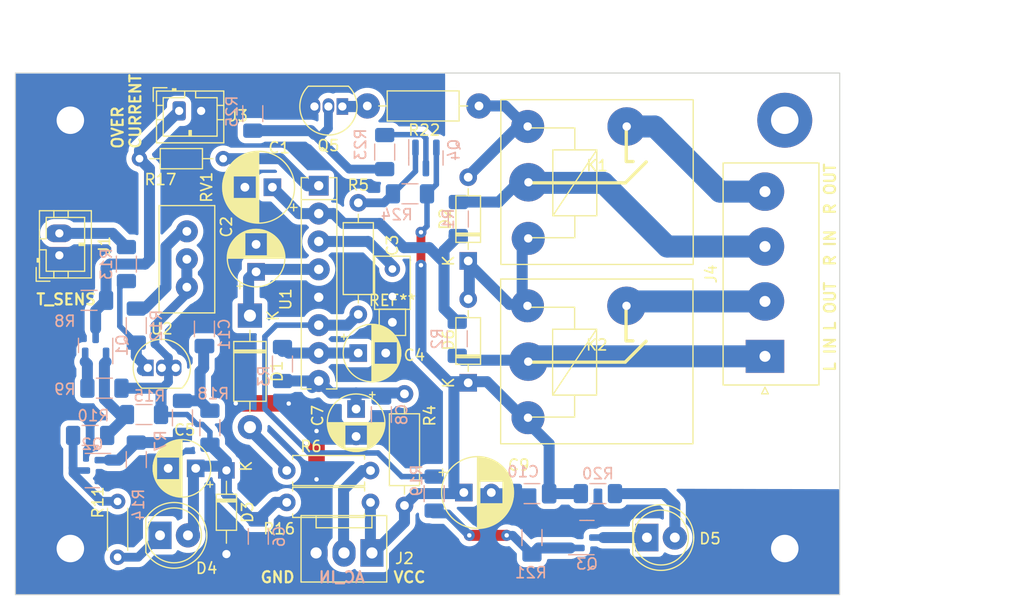
<source format=kicad_pcb>
(kicad_pcb (version 20241229) (generator "pcbnew") (generator_version "9.0")
  (layers (0 "F.Cu" signal) (2 "B.Cu" signal) (13 "F.Paste" user) (15 "B.Paste" user) (5 "F.SilkS" user "F.Silkscreen") (7 "B.SilkS" user "B.Silkscreen") (1 "F.Mask" user) (3 "B.Mask" user) (25 "Edge.Cuts" user))
  (net 0 "")
  (net 1 "Net-(U1-Output_Offset_Det.)")
  (net 2 "GND")
  (net 3 "Net-(D1-K)")
  (net 4 "Net-(U1-Latch{slash}Automat_Reset)")
  (net 5 "Net-(U1-VCC_ON_Mute)")
  (net 6 "Net-(D3-K)")
  (net 7 "Net-(U1-+VCC)")
  (net 8 "Net-(D1-A)")
  (net 9 "Net-(D2-A)")
  (net 10 "Net-(D4-K)")
  (net 11 "Net-(D5-K)")
  (net 12 "Net-(D5-A)")
  (net 13 "/INPUT_AC")
  (net 14 "Net-(D2-K)")
  (net 15 "/OUPUT_R")
  (net 16 "/INPUT_R")
  (net 17 "Net-(Q1-B)")
  (net 18 "Net-(Q1-E)")
  (net 19 "Net-(Q2-B)")
  (net 20 "Net-(Q3-B)")
  (net 21 "Net-(U1-Output_Relay_Driver)")
  (net 22 "Net-(U2-K)")
  (net 23 "Net-(U2-REF)")
  (net 24 "Net-(R12-Pad2)")
  (net 25 "/OVERLOAD_DET")
  (net 26 "/INPUT_L")
  (net 27 "Net-(Q4-B)")
  (net 28 "Net-(Q4-C)")
  (net 29 "/VCC")
  (net 30 "Net-(J3-Pin_1)")
  (net 31 "Net-(Q2-C)")
  (net 32 "Net-(J1-Pin_2)")
  (net 33 "Net-(Q5-C)")
  (net 34 "Net-(Q5-B)")
  (net 35 "/OUPUT_L")
  (footprint "Capacitor_THT:CP_Radial_D5.0mm_P2.50mm" (layer "F.Cu") (at 129.194888 122.2)
    (property "Reference" "C4" (at 5.105112 0.2 0) (layer "F.SilkS"))
    (property "Value" "4.7u/10/16V")
    (pad "1" thru_hole rect (at 0 0) (size 1.6 1.6) (drill 0.8) (layers "*.Cu" "*.Mask") (net 5 "Net-(U1-VCC_ON_Mute)"))
    (pad "2" thru_hole circle (at 2.5 0) (size 1.6 1.6) (drill 0.8) (layers "*.Cu" "*.Mask") (net 2 "GND"))
  )
  (footprint "Diode_THT:D_DO-41_SOD81_P10.16mm_Horizontal" (layer "F.Cu") (at 119.34 118.79 -90)
    (property "Reference" "D1" (at 5.08 -2.47 270) (layer "F.SilkS"))
    (property "Value" "1N4007")
    (fp_text user "K" (at 0 -2.1 270) (layer "F.SilkS"))
    (pad "1" thru_hole rect (at 0 0 270) (size 2.2 2.2) (drill 1.1) (layers "*.Cu" "*.Mask") (net 3 "Net-(D1-K)"))
    (pad "2" thru_hole oval (at 10.16 0 270) (size 2.2 2.2) (drill 1.1) (layers "*.Cu" "*.Mask") (net 8 "Net-(D1-A)"))
  )
  (footprint "Resistor_THT:R_Axial_DIN0207_L6.3mm_D2.5mm_P7.62mm_Horizontal" (layer "F.Cu") (at 130.31 132.9 180)
    (property "Reference" "R6" (at 5.41 2.2 0) (layer "F.SilkS"))
    (property "Value" "12k")
    (pad "1" thru_hole circle (at 0 0 180) (size 1.6 1.6) (drill 0.8) (layers "*.Cu" "*.Mask") (net 13 "/INPUT_AC"))
    (pad "2" thru_hole oval (at 7.62 0 180) (size 1.6 1.6) (drill 0.8) (layers "*.Cu" "*.Mask") (net 8 "Net-(D1-A)"))
  )
  (footprint "Capacitor_THT:CP_Radial_D5.0mm_P2.50mm" (layer "F.Cu") (at 114.405113 132.7 180)
    (property "Reference" "C5" (at 1.005113 3.5 0) (layer "F.SilkS"))
    (property "Value" "47u/16V")
    (pad "1" thru_hole rect (at 0 0 180) (size 1.6 1.6) (drill 0.8) (layers "*.Cu" "*.Mask") (net 6 "Net-(D3-K)"))
    (pad "2" thru_hole circle (at 2.5 0 180) (size 1.6 1.6) (drill 0.8) (layers "*.Cu" "*.Mask") (net 2 "GND"))
  )
  (footprint "Resistor_THT:R_Axial_DIN0207_L6.3mm_D2.5mm_P10.16mm_Horizontal" (layer "F.Cu") (at 130.02 99.7)
    (property "Reference" "R22" (at 5.18 2.2 0) (layer "F.SilkS"))
    (property "Value" "56")
    (pad "1" thru_hole circle (at 0 0) (size 2.3 2.3) (drill 0.8) (layers "*.Cu" "*.Mask") (net 33 "Net-(Q5-C)"))
    (pad "2" thru_hole circle (at 10.16 0) (size 2.3 2.3) (drill 0.8) (layers "*.Cu" "*.Mask") (net 9 "Net-(D2-A)"))
  )
  (footprint "Diode_THT:D_DO-35_SOD27_P7.62mm_Horizontal" (layer "F.Cu") (at 139.2 113.81 90)
    (property "Reference" "D2" (at 3.81 -2.1 90) (layer "F.SilkS"))
    (property "Value" "1N4148")
    (fp_text user "K" (at 0 -1.8 90) (layer "F.SilkS"))
    (pad "1" thru_hole rect (at 0 0 90) (size 1.6 1.6) (drill 0.8) (layers "*.Cu" "*.Mask") (net 14 "Net-(D2-K)"))
    (pad "2" thru_hole oval (at 7.62 0 90) (size 1.6 1.6) (drill 0.8) (layers "*.Cu" "*.Mask") (net 9 "Net-(D2-A)"))
  )
  (footprint "Capacitor_THT:CP_Radial_D5.0mm_P2.50mm" (layer "F.Cu") (at 129 127.294888 -90)
    (property "Reference" "C7" (at 0.605112 3.5 90) (layer "F.SilkS"))
    (property "Value" "47u/10/16")
    (pad "1" thru_hole rect (at 0 0 270) (size 1.6 1.6) (drill 0.8) (layers "*.Cu" "*.Mask") (net 7 "Net-(U1-+VCC)"))
    (pad "2" thru_hole circle (at 2.5 0 270) (size 1.6 1.6) (drill 0.8) (layers "*.Cu" "*.Mask") (net 2 "GND"))
  )
  (footprint "Package_SIP:SIP-8_19x3mm_P2.54mm" (layer "F.Cu") (at 125.6 106.96 -90)
    (property "Reference" "U1" (at 10.34 3 90) (layer "F.SilkS"))
    (property "Value" "UP1237")
    (pad "1" thru_hole rect (at 0 0) (size 1.8 1.8) (drill 0.85) (layers "*.Cu" "*.Mask") (net 25 "/OVERLOAD_DET"))
    (pad "2" thru_hole circle (at 2.54 0) (size 2 2) (drill 0.85) (layers "*.Cu" "*.Mask") (net 1 "Net-(U1-Output_Offset_Det.)"))
    (pad "3" thru_hole circle (at 5.08 0) (size 2 2) (drill 0.85) (layers "*.Cu" "*.Mask") (net 4 "Net-(U1-Latch{slash}Automat_Reset)"))
    (pad "4" thru_hole circle (at 7.62 0) (size 2 2) (drill 0.85) (layers "*.Cu" "*.Mask") (net 3 "Net-(D1-K)"))
    (pad "5" thru_hole circle (at 10.16 0) (size 2 2) (drill 0.85) (layers "*.Cu" "*.Mask") (net 2 "GND"))
    (pad "6" thru_hole circle (at 12.7 0) (size 2 2) (drill 0.85) (layers "*.Cu" "*.Mask") (net 21 "Net-(U1-Output_Relay_Driver)"))
    (pad "7" thru_hole circle (at 15.24 0) (size 2 2) (drill 0.85) (layers "*.Cu" "*.Mask") (net 5 "Net-(U1-VCC_ON_Mute)"))
    (pad "8" thru_hole circle (at 17.78 0) (size 2 2) (drill 0.85) (layers "*.Cu" "*.Mask") (net 7 "Net-(U1-+VCC)"))
  )
  (footprint "Package_TO_SOT_THT:TO-92_Inline" (layer "F.Cu") (at 110.05 123.55)
    (property "Reference" "U2" (at 1.27 -3.56 0) (layer "F.SilkS"))
    (property "Value" "TL431LP")
    (pad "1" thru_hole rect (at 0 0) (size 1.05 1.5) (drill 0.75) (layers "*.Cu" "*.Mask") (net 23 "Net-(U2-REF)"))
    (pad "2" thru_hole oval (at 1.27 0) (size 1.05 1.5) (drill 0.75) (layers "*.Cu" "*.Mask") (net 2 "GND"))
    (pad "3" thru_hole oval (at 2.54 0) (size 1.05 1.5) (drill 0.75) (layers "*.Cu" "*.Mask") (net 22 "Net-(U2-K)"))
  )
  (footprint "Connector_JST:JST_NV_B04P-NV_1x04_P5.00mm_Vertical" (layer "F.Cu") (at 166.2 122.5 90)
    (property "Reference" "J4" (at 7.5 -4.9 90) (layer "F.SilkS"))
    (property "Value" "Conn_01x04_Pin")
    (pad "1" thru_hole rect (at 0 0 90) (size 3 3.5) (drill 1) (layers "*.Cu" "*.Mask") (net 26 "/INPUT_L"))
    (pad "2" thru_hole circle (at 5 0 90) (size 3.5 3.5) (drill 1) (layers "*.Cu" "*.Mask") (net 35 "/OUPUT_L"))
    (pad "3" thru_hole circle (at 10 0 90) (size 3.5 3.5) (drill 1) (layers "*.Cu" "*.Mask") (net 16 "/INPUT_R"))
    (pad "4" thru_hole circle (at 15 0 90) (size 3.5 3.5) (drill 1) (layers "*.Cu" "*.Mask") (net 15 "/OUPUT_R"))
  )
  (footprint "Resistor_THT:R_Axial_DIN0207_L6.3mm_D2.5mm_P10.16mm_Horizontal" (layer "F.Cu") (at 133.4 136.08 90)
    (property "Reference" "R4" (at 8.18 2.3 90) (layer "F.SilkS"))
    (property "Value" "9k1")
    (pad "1" thru_hole circle (at 0 0 90) (size 1.6 1.6) (drill 0.8) (layers "*.Cu" "*.Mask") (net 29 "/VCC"))
    (pad "2" thru_hole oval (at 10.16 0 90) (size 1.6 1.6) (drill 0.8) (layers "*.Cu" "*.Mask") (net 7 "Net-(U1-+VCC)"))
  )
  (footprint "Resistor_THT:R_Axial_DIN0207_L6.3mm_D2.5mm_P10.16mm_Horizontal" (layer "F.Cu") (at 129.2 118.68 90)
    (property "Reference" "R5" (at 11.78 0 180) (layer "F.SilkS"))
    (property "Value" "47k")
    (pad "1" thru_hole circle (at 0 0 90) (size 1.6 1.6) (drill 0.8) (layers "*.Cu" "*.Mask") (net 21 "Net-(U1-Output_Relay_Driver)"))
    (pad "2" thru_hole oval (at 10.16 0 90) (size 1.6 1.6) (drill 0.8) (layers "*.Cu" "*.Mask") (net 27 "Net-(Q4-B)"))
  )
  (footprint "Resistor_THT:R_Axial_DIN0204_L3.6mm_D1.6mm_P7.62mm_Horizontal" (layer "F.Cu") (at 116.91 104.5 180)
    (property "Reference" "R17" (at 5.71 -1.9 0) (layer "F.SilkS"))
    (property "Value" "27k")
    (pad "1" thru_hole circle (at 0 0 180) (size 1.4 1.4) (drill 0.7) (layers "*.Cu" "*.Mask") (net 25 "/OVERLOAD_DET"))
    (pad "2" thru_hole oval (at 7.62 0 180) (size 1.4 1.4) (drill 0.7) (layers "*.Cu" "*.Mask") (net 30 "Net-(J3-Pin_1)"))
  )
  (footprint "Capacitor_THT:CP_Radial_D5.0mm_P2.50mm" (layer "F.Cu") (at 119.9 114.805113 90)
    (property "Reference" "C2" (at 4.1 -2.7 90) (layer "F.SilkS"))
    (property "Value" "4.7u/10/16V")
    (pad "1" thru_hole rect (at 0 0 90) (size 1.6 1.6) (drill 0.8) (layers "*.Cu" "*.Mask") (net 3 "Net-(D1-K)"))
    (pad "2" thru_hole circle (at 2.5 0 90) (size 1.6 1.6) (drill 0.8) (layers "*.Cu" "*.Mask") (net 2 "GND"))
  )
  (footprint "LED_THT:LED_D5.0mm" (layer "F.Cu") (at 155.46 139)
    (property "Reference" "D5" (at 5.74 0.1 0) (layer "F.SilkS"))
    (property "Value" "LED_Small")
    (pad "1" thru_hole rect (at 0 0) (size 2.1 2.5) (drill 0.9) (layers "*.Cu" "*.Mask") (net 11 "Net-(D5-K)"))
    (pad "2" thru_hole circle (at 2.54 0) (size 2.2 2.2) (drill 0.9) (layers "*.Cu" "*.Mask") (net 12 "Net-(D5-A)"))
  )
  (footprint "LED_THT:LED_D5.0mm" (layer "F.Cu") (at 111.16 138.8)
    (property "Reference" "D4" (at 4.24 3 0) (layer "F.SilkS"))
    (property "Value" "LED_Small")
    (pad "1" thru_hole rect (at 0 0) (size 2.1 2.5) (drill 0.9) (layers "*.Cu" "*.Mask") (net 10 "Net-(D4-K)"))
    (pad "2" thru_hole circle (at 2.54 0) (size 2.2 2.2) (drill 0.9) (layers "*.Cu" "*.Mask") (net 6 "Net-(D3-K)"))
  )
  (footprint "Capacitor_THT:C_Rect_L4.6mm_W3.0mm_P2.50mm_MKS02_FKP02" (layer "F.Cu") (at 132.3 114.55 -90)
    (property "Reference" "C3" (at -2.15 0 90) (layer "F.SilkS"))
    (property "Value" "22n")
    (pad "1" thru_hole circle (at 0 0 270) (size 1.4 1.4) (drill 0.7) (layers "*.Cu" "*.Mask") (net 4 "Net-(U1-Latch{slash}Automat_Reset)"))
    (pad "2" thru_hole circle (at 2.5 0 270) (size 1.4 1.4) (drill 0.7) (layers "*.Cu" "*.Mask") (net 2 "GND"))
  )
  (footprint "Resistor_THT:R_Axial_DIN0204_L3.6mm_D1.6mm_P5.08mm_Horizontal" (layer "F.Cu") (at 107.3 135.71 -90)
    (property "Reference" "R11" (at 0.09 1.8 270) (layer "F.SilkS"))
    (property "Value" "4k7")
    (pad "1" thru_hole circle (at 0 0 270) (size 1.4 1.4) (drill 0.7) (layers "*.Cu" "*.Mask") (net 31 "Net-(Q2-C)"))
    (pad "2" thru_hole oval (at 5.08 0 270) (size 1.4 1.4) (drill 0.7) (layers "*.Cu" "*.Mask") (net 10 "Net-(D4-K)"))
  )
  (footprint "Capacitor_THT:CP_Radial_D6.3mm_P2.50mm" (layer "F.Cu") (at 138.8 134.9)
    (property "Reference" "C9" (at 5 -2.5 0) (layer "F.SilkS"))
    (property "Value" "100u/40V")
    (pad "1" thru_hole rect (at 0 0) (size 1.6 1.6) (drill 0.8) (layers "*.Cu" "*.Mask") (net 29 "/VCC"))
    (pad "2" thru_hole circle (at 2.5 0) (size 1.6 1.6) (drill 0.8) (layers "*.Cu" "*.Mask") (net 2 "GND"))
  )
  (footprint "Connector_JST:JST_PH_B2B-PH-K_1x02_P2.00mm_Vertical" (layer "F.Cu") (at 112.9 100.15)
    (property "Reference" "J3" (at 5.4 0.45 0) (layer "F.SilkS"))
    (property "Value" "Conn_01x02")
    (pad "1" thru_hole roundrect (at 0 0) (size 1.2 1.75) (drill 0.75) (layers "*.Cu" "*.Mask") (roundrect_rratio 0.2083333333) (net 30 "Net-(J3-Pin_1)"))
    (pad "2" thru_hole oval (at 2 0) (size 1.2 1.75) (drill 0.75) (layers "*.Cu" "*.Mask") (net 2 "GND"))
  )
  (footprint "Connector_JST:JST_PH_B2B-PH-K_1x02_P2.00mm_Vertical" (layer "F.Cu") (at 102 113.3 90)
    (property "Reference" "J1" (at 0.9 4.1 90) (layer "F.SilkS"))
    (property "Value" "Conn_01x02")
    (pad "1" thru_hole roundrect (at 0 0 90) (size 1.5 2.5) (drill 0.75) (layers "*.Cu" "*.Mask") (roundrect_rratio 0.2083333333) (net 2 "GND"))
    (pad "2" thru_hole oval (at 2 0 90) (size 1.6 2.5) (drill 0.75) (layers "*.Cu" "*.Mask") (net 32 "Net-(J1-Pin_2)"))
  )
  (footprint "Relay:Relay_Hongfa_HF3FF" (layer "F.Cu") (at 150.88 123.03)
    (property "Reference" "K2" (at 0.02 -1.57 0) (layer "F.SilkS"))
    (property "Value" "Relay_SPST-NO")
    (pad "13" thru_hole circle (at -6.22 -0.05) (size 3.5 3.5) (drill 0.762) (layers "*.Cu" "*.Mask") (net 26 "/INPUT_L"))
    (pad "14" thru_hole circle (at 2.72 -5.13) (size 3.5 3.5) (drill 0.762) (layers "*.Cu" "*.Mask") (net 35 "/OUPUT_L"))
    (pad "A1" thru_hole circle (at -6.29 -5.13) (size 3 3) (drill 0.762) (layers "*.Cu" "*.Mask") (net 14 "Net-(D2-K)"))
    (pad "A2" thru_hole circle (at -6.24 5.06) (size 3 3) (drill 0.762) (layers "*.Cu" "*.Mask") (net 29 "/VCC"))
  )
  (footprint "Diode_THT:D_DO-35_SOD27_P7.62mm_Horizontal" (layer "F.Cu") (at 139.2 124.91 90)
    (property "Reference" "D6" (at 3.91 -1.8 90) (layer "F.SilkS"))
    (property "Value" "1N4148")
    (fp_text user "K" (at 0 -1.8 90) (layer "F.SilkS"))
    (pad "1" thru_hole rect (at 0 0 90) (size 1.6 1.6) (drill 0.8) (layers "*.Cu" "*.Mask") (net 29 "/VCC"))
    (pad "2" thru_hole oval (at 7.62 0 90) (size 1.6 1.6) (drill 0.8) (layers "*.Cu" "*.Mask") (net 14 "Net-(D2-K)"))
  )
  (footprint "Connector:FanPinHeader_1x03_P2.54mm_Vertical" (layer "F.Cu") (at 130.44 140.4 180)
    (property "Reference" "J2" (at -2.96 -0.5 0) (layer "F.SilkS"))
    (property "Value" "Conn_01x03")
    (pad "1" thru_hole rect (at 0 0 270) (size 2.5 2.1) (drill 1.02) (layers "*.Cu" "*.Mask") (net 29 "/VCC"))
    (pad "2" thru_hole oval (at 2.54 0 270) (size 2.5 2.1) (drill 1.02) (layers "*.Cu" "*.Mask") (net 13 "/INPUT_AC"))
    (pad "3" thru_hole oval (at 5.08 0 270) (size 2.5 2.1) (drill 1.02) (layers "*.Cu" "*.Mask") (net 2 "GND"))
  )
  (footprint "Package_TO_SOT_THT:TO-92_Inline" (layer "F.Cu") (at 127.75 99.75 180)
    (property "Reference" "Q5" (at 1.27 -3.56 180) (layer "F.SilkS"))
    (property "Value" "BC337")
    (pad "1" thru_hole rect (at 0 0 180) (size 1.05 1.5) (drill 0.75) (layers "*.Cu" "*.Mask") (net 33 "Net-(Q5-C)"))
    (pad "2" thru_hole oval (at 1.27 0 180) (size 1.05 1.5) (drill 0.75) (layers "*.Cu" "*.Mask") (net 34 "Net-(Q5-B)"))
    (pad "3" thru_hole oval (at 2.54 0 180) (size 1.05 1.5) (drill 0.75) (layers "*.Cu" "*.Mask") (net 2 "GND"))
  )
  (footprint "Capacitor_THT:CP_Radial_D6.3mm_P2.50mm" (layer "F.Cu") (at 121.38238 107.1 180)
    (property "Reference" "C1" (at -0.61762 3.6 180) (layer "F.SilkS"))
    (property "Value" "330u/10/16V")
    (pad "1" thru_hole rect (at 0 0 180) (size 1.6 1.6) (drill 0.8) (layers "*.Cu" "*.Mask") (net 1 "Net-(U1-Output_Offset_Det.)"))
    (pad "2" thru_hole circle (at 2.5 0 180) (size 1.6 1.6) (drill 0.8) (layers "*.Cu" "*.Mask") (net 2 "GND"))
  )
  (footprint "TestPoint:TestPoint_THTPad_2.0x2.0mm_Drill1.0mm" (layer "F.Cu") (at 132.3 119.4)
    (property "Reference" "REF**" (at 0 -1.998 0) (layer "F.SilkS"))
    (property "Value" "TestPoint_THTPad_2.0x2.0mm_Drill1.0mm")
    (pad "1" thru_hole circle (at 0 0) (size 1.7 1.7) (drill 0.8) (layers "*.Cu" "*.Mask") (net 2 "GND"))
  )
  (footprint "Diode_THT:D_DO-34_SOD68_P7.62mm_Horizontal" (layer "F.Cu") (at 117.2 132.885 -90)
    (property "Reference" "D3" (at 3.81 -1.92 90) (layer "F.SilkS"))
    (property "Value" "12V")
    (fp_text user "K" (at -0.385 -1.8 90) (layer "F.SilkS"))
    (pad "1" thru_hole rect (at 0 0 270) (size 1.5 1.5) (drill 0.75) (layers "*.Cu" "*.Mask") (net 6 "Net-(D3-K)"))
    (pad "2" thru_hole oval (at 7.62 0 270) (size 1.5 1.5) (drill 0.75) (layers "*.Cu" "*.Mask") (net 2 "GND"))
  )
  (footprint "Relay:Relay_Hongfa_HF3FF" (layer "F.Cu") (at 150.9 106.7)
    (property "Reference" "K1" (at 0.02 -1.57 0) (layer "F.SilkS"))
    (property "Value" "Relay_SPST-NO")
    (pad "13" thru_hole circle (at -6.22 -0.05) (size 3.5 3.5) (drill 0.762) (layers "*.Cu" "*.Mask") (net 16 "/INPUT_R"))
    (pad "14" thru_hole circle (at 2.72 -5.13) (size 3.5 3.5) (drill 0.762) (layers "*.Cu" "*.Mask") (net 15 "/OUPUT_R"))
    (pad "A1" thru_hole circle (at -6.29 -5.13) (size 3 3) (drill 0.762) (layers "*.Cu" "*.Mask") (net 9 "Net-(D2-A)"))
    (pad "A2" thru_hole circle (at -6.24 5.06) (size 3 3) (drill 0.762) (layers "*.Cu" "*.Mask") (net 14 "Net-(D2-K)"))
  )
  (footprint "Resistor_THT:R_Axial_DIN0207_L6.3mm_D2.5mm_P7.62mm_Horizontal" (layer "F.Cu") (at 130.31 135.8 180)
    (property "Reference" "R16" (at 8.31 -2.4 0) (layer "F.SilkS"))
    (property "Value" "2k")
    (pad "1" thru_hole circle (at 0 0 180) (size 1.6 1.6) (drill 0.8) (layers "*.Cu" "*.Mask") (net 29 "/VCC"))
    (pad "2" thru_hole oval (at 7.62 0 180) (size 1.6 1.6) (drill 0.8) (layers "*.Cu" "*.Mask") (net 6 "Net-(D3-K)"))
  )
  (footprint "Potentiometer_THT:Potentiometer_Bourns_3296W_Vertical" (layer "F.Cu") (at 113.6 111.12 90)
    (property "Reference" "RV1" (at 4.02 1.8 90) (layer "F.SilkS"))
    (property "Value" "2k")
    (pad "1" thru_hole circle (at 0 0 90) (size 2 2) (drill 0.8) (layers "*.Cu" "*.Mask") (net 24 "Net-(R12-Pad2)"))
    (pad "2" thru_hole circle (at -2.54 0 90) (size 2 2) (drill 0.8) (layers "*.Cu" "*.Mask") (net 6 "Net-(D3-K)"))
    (pad "3" thru_hole circle (at -5.08 0 90) (size 2 2) (drill 0.8) (layers "*.Cu" "*.Mask") (net 6 "Net-(D3-K)"))
  )
  (footprint "Package_TO_SOT_SMD:SOT-23" (layer "B.Cu") (at 105 132.9 180)
    (property "Reference" "Q2" (at 0 2.4 0) (layer "B.SilkS") (effects (justify mirror)))
    (property "Value" "BC847")
    (pad "1" smd roundrect (at -0.9375 0.95 180) (size 1.475 0.6) (layers "B.Cu" "B.Mask" "B.Paste") (net 19 "Net-(Q2-B)"))
    (pad "2" smd roundrect (at -0.9375 -0.95 180) (size 1.475 0.6) (layers "B.Cu" "B.Mask" "B.Paste") (net 2 "GND"))
    (pad "3" smd roundrect (at 0.9375 0 180) (size 1.475 0.6) (layers "B.Cu" "B.Mask" "B.Paste") (net 31 "Net-(Q2-C)"))
  )
  (footprint "Capacitor_SMD:C_1206_3216Metric_Pad1.33x1.80mm_HandSolder" (layer "B.Cu") (at 115.2 120 90)
    (property "Reference" "C11" (at -0.5 1.8 90) (layer "B.SilkS") (effects (justify mirror)))
    (property "Value" "0.1u")
    (pad "1" smd roundrect (at -1.5625 0 90) (size 1.325 1.8) (layers "B.Cu" "B.Mask" "B.Paste") (roundrect_rratio 0.1886792453) (net 22 "Net-(U2-K)"))
    (pad "2" smd roundrect (at 1.5625 0 90) (size 1.325 1.8) (layers "B.Cu" "B.Mask" "B.Paste") (roundrect_rratio 0.1886792453) (net 2 "GND"))
  )
  (footprint "Package_TO_SOT_SMD:SOT-23" (layer "B.Cu") (at 105.3 121.5 90)
    (property "Reference" "Q1" (at 0 2.4 270) (layer "B.SilkS") (effects (justify mirror)))
    (property "Value" "BC858")
    (pad "1" smd roundrect (at -0.9375 0.95 90) (size 1.475 0.6) (layers "B.Cu" "B.Mask" "B.Paste") (net 17 "Net-(Q1-B)"))
    (pad "2" smd roundrect (at -0.9375 -0.95 90) (size 1.475 0.6) (layers "B.Cu" "B.Mask" "B.Paste") (net 18 "Net-(Q1-E)"))
    (pad "3" smd roundrect (at 0.9375 0 90) (size 1.475 0.6) (layers "B.Cu" "B.Mask" "B.Paste") (net 30 "Net-(J3-Pin_1)"))
  )
  (footprint "MountingHole:MountingHole_2.5mm_Pad" (layer "B.Cu") (at 103 101 180)
    (property "Reference" "REF**" (hide yes))
    (property "Value" "MountingHole_2.5mm_Pad" (hide yes))
    (pad "1" thru_hole circle (at 0 0 180) (size 5 5) (drill 2.5) (layers "*.Cu" "*.Mask") (net 2 "GND"))
  )
  (footprint "Resistor_SMD:R_1206_3216Metric_Pad1.30x1.75mm_HandSolder" (layer "B.Cu") (at 138.3 110 90)
    (property "Reference" "R1" (at 0 -0.91 90) (layer "B.SilkS") (effects (justify mirror)))
    (property "Value" "56k")
    (pad "1" smd roundrect (at -1.55 0 90) (size 1.3 1.75) (layers "B.Cu" "B.Mask" "B.Paste") (roundrect_rratio 0.1923076923) (net 1 "Net-(U1-Output_Offset_Det.)"))
    (pad "2" smd roundrect (at 1.55 0 90) (size 1.3 1.75) (layers "B.Cu" "B.Mask" "B.Paste") (roundrect_rratio 0.1923076923) (net 16 "/INPUT_R"))
  )
  (footprint "Capacitor_SMD:C_1206_3216Metric_Pad1.33x1.80mm_HandSolder" (layer "B.Cu") (at 131.3 127.8 90)
    (property "Reference" "C8" (at 0 1.85 90) (layer "B.SilkS") (effects (justify mirror)))
    (property "Value" "0.1u")
    (pad "1" smd roundrect (at -1.5625 0 90) (size 1.325 1.8) (layers "B.Cu" "B.Mask" "B.Paste") (roundrect_rratio 0.1886792453) (net 2 "GND"))
    (pad "2" smd roundrect (at 1.5625 0 90) (size 1.325 1.8) (layers "B.Cu" "B.Mask" "B.Paste") (roundrect_rratio 0.1886792453) (net 7 "Net-(U1-+VCC)"))
  )
  (footprint "Resistor_SMD:R_1206_3216Metric_Pad1.30x1.75mm_HandSolder" (layer "B.Cu") (at 151 135 180)
    (property "Reference" "R20" (at 0 1.82 0) (layer "B.SilkS") (effects (justify mirror)))
    (property "Value" "10k")
    (pad "1" smd roundrect (at -1.55 0 180) (size 1.3 1.75) (layers "B.Cu" "B.Mask" "B.Paste") (roundrect_rratio 0.1923076923) (net 12 "Net-(D5-A)"))
    (pad "2" smd roundrect (at 1.55 0 180) (size 1.3 1.75) (layers "B.Cu" "B.Mask" "B.Paste") (roundrect_rratio 0.1923076923) (net 29 "/VCC"))
  )
  (footprint "Resistor_SMD:R_1206_3216Metric_Pad1.30x1.75mm_HandSolder" (layer "B.Cu") (at 104.7 117.4)
    (property "Reference" "R8" (at -2.2 1.9 0) (layer "B.SilkS") (effects (justify mirror)))
    (property "Value" "2k7")
    (pad "1" smd roundrect (at -1.55 0) (size 1.3 1.75) (layers "B.Cu" "B.Mask" "B.Paste") (roundrect_rratio 0.1923076923) (net 2 "GND"))
    (pad "2" smd roundrect (at 1.55 0) (size 1.3 1.75) (layers "B.Cu" "B.Mask" "B.Paste") (roundrect_rratio 0.1923076923) (net 30 "Net-(J3-Pin_1)"))
  )
  (footprint "Capacitor_SMD:C_1206_3216Metric_Pad1.33x1.80mm_HandSolder" (layer "B.Cu") (at 145 135)
    (property "Reference" "C10" (at -0.8 -2 0) (layer "B.SilkS") (effects (justify mirror)))
    (property "Value" "0.1u")
    (pad "1" smd roundrect (at -1.5625 0) (size 1.325 1.8) (layers "B.Cu" "B.Mask" "B.Paste") (roundrect_rratio 0.1886792453) (net 2 "GND"))
    (pad "2" smd roundrect (at 1.5625 0) (size 1.325 1.8) (layers "B.Cu" "B.Mask" "B.Paste") (roundrect_rratio 0.1886792453) (net 29 "/VCC"))
  )
  (footprint "MountingHole:MountingHole_2.5mm_Pad" (layer "B.Cu") (at 168 140 180)
    (property "Reference" "REF**" (hide yes))
    (property "Value" "MountingHole_2.5mm_Pad" (hide yes))
    (pad "1" thru_hole circle (at 0 0 180) (size 5 5) (drill 2.5) (layers "*.Cu" "*.Mask") (net 2 "GND"))
  )
  (footprint "Resistor_SMD:R_1206_3216Metric_Pad1.30x1.75mm_HandSolder" (layer "B.Cu") (at 115.7 129 90)
    (property "Reference" "R18" (at 3.1 0.3 180) (layer "B.SilkS") (effects (justify mirror)))
    (property "Value" "6k8")
    (pad "1" smd roundrect (at -1.55 0 90) (size 1.3 1.75) (layers "B.Cu" "B.Mask" "B.Paste") (roundrect_rratio 0.1923076923) (net 6 "Net-(D3-K)"))
    (pad "2" smd roundrect (at 1.55 0 90) (size 1.3 1.75) (layers "B.Cu" "B.Mask" "B.Paste") (roundrect_rratio 0.1923076923) (net 22 "Net-(U2-K)"))
  )
  (footprint "Resistor_SMD:R_1206_3216Metric_Pad1.30x1.75mm_HandSolder" (layer "B.Cu") (at 133.9 107.7)
    (property "Reference" "R24" (at -1.2 1.9 0) (layer "B.SilkS") (effects (justify mirror)))
    (property "Value" "47k")
    (pad "1" smd roundrect (at -1.55 0) (size 1.3 1.75) (layers "B.Cu" "B.Mask" "B.Paste") (roundrect_rratio 0.1923076923) (net 27 "Net-(Q4-B)"))
    (pad "2" smd roundrect (at 1.55 0) (size 1.3 1.75) (layers "B.Cu" "B.Mask" "B.Paste") (roundrect_rratio 0.1923076923) (net 29 "/VCC"))
  )
  (footprint "Resistor_SMD:R_1206_3216Metric_Pad1.30x1.75mm_HandSolder" (layer "B.Cu") (at 136.1 135 -90)
    (property "Reference" "R19" (at -1.2 1.6 90) (layer "B.SilkS") (effects (justify mirror)))
    (property "Value" "47k")
    (pad "1" smd roundrect (at -1.55 0 270) (size 1.3 1.75) (layers "B.Cu" "B.Mask" "B.Paste") (roundrect_rratio 0.1923076923) (net 21 "Net-(U1-Output_Relay_Driver)"))
    (pad "2" smd roundrect (at 1.55 0 270) (size 1.3 1.75) (layers "B.Cu" "B.Mask" "B.Paste") (roundrect_rratio 0.1923076923) (net 20 "Net-(Q3-B)"))
  )
  (footprint "Resistor_SMD:R_1206_3216Metric_Pad1.30x1.75mm_HandSolder" (layer "B.Cu") (at 109 131.9 90)
    (property "Reference" "R14" (at -4.1 0.2 90) (layer "B.SilkS") (effects (justify mirror)))
    (property "Value" "4k7")
    (pad "1" smd roundrect (at -1.55 0 90) (size 1.3 1.75) (layers "B.Cu" "B.Mask" "B.Paste") (roundrect_rratio 0.1923076923) (net 2 "GND"))
    (pad "2" smd roundrect (at 1.55 0 90) (size 1.3 1.75) (layers "B.Cu" "B.Mask" "B.Paste") (roundrect_rratio 0.1923076923) (net 19 "Net-(Q2-B)"))
  )
  (footprint "MountingHole:MountingHole_2.5mm_Pad" (layer "B.Cu") (at 168 101 180)
    (property "Reference" "REF**" (hide yes))
    (property "Value" "MountingHole_2.5mm_Pad" (hide yes))
    (pad "1" thru_hole circle (at 0 0 180) (size 5 5) (drill 2.5) (layers "*.Cu" "*.Mask"))
  )
  (footprint "Resistor_SMD:R_1206_3216Metric_Pad1.30x1.75mm_HandSolder" (layer "B.Cu") (at 145 139 -90)
    (property "Reference" "R21" (at 3.2 0.1 180) (layer "B.SilkS") (effects (justify mirror)))
    (property "Value" "47k")
    (pad "1" smd roundrect (at -1.55 0 270) (size 1.3 1.75) (layers "B.Cu" "B.Mask" "B.Paste") (roundrect_rratio 0.1923076923) (net 2 "GND"))
    (pad "2" smd roundrect (at 1.55 0 270) (size 1.3 1.75) (layers "B.Cu" "B.Mask" "B.Paste") (roundrect_rratio 0.1923076923) (net 20 "Net-(Q3-B)"))
  )
  (footprint "Resistor_SMD:R_1206_3216Metric_Pad1.30x1.75mm_HandSolder" (layer "B.Cu") (at 131.6 103.9 90)
    (property "Reference" "R23" (at 0.7 -2.2 90) (layer "B.SilkS") (effects (justify mirror)))
    (property "Value" "47k")
    (pad "1" smd roundrect (at -1.55 0 90) (size 1.3 1.75) (layers "B.Cu" "B.Mask" "B.Paste") (roundrect_rratio 0.1923076923) (net 34 "Net-(Q5-B)"))
    (pad "2" smd roundrect (at 1.55 0 90) (size 1.3 1.75) (layers "B.Cu" "B.Mask" "B.Paste") (roundrect_rratio 0.1923076923) (net 28 "Net-(Q4-C)"))
  )
  (footprint "Resistor_SMD:R_1206_3216Metric_Pad1.30x1.75mm_HandSolder" (layer "B.Cu") (at 106.1 125.4)
    (property "Reference" "R9" (at -3.6 0.1 0) (layer "B.SilkS") (effects (justify mirror)))
    (property "Value" "3k9")
    (pad "1" smd roundrect (at -1.55 0) (size 1.3 1.75) (layers "B.Cu" "B.Mask" "B.Paste") (roundrect_rratio 0.1923076923) (net 18 "Net-(Q1-E)"))
    (pad "2" smd roundrect (at 1.55 0) (size 1.3 1.75) (layers "B.Cu" "B.Mask" "B.Paste") (roundrect_rratio 0.1923076923) (net 6 "Net-(D3-K)"))
  )
  (footprint "Resistor_SMD:R_1206_3216Metric_Pad1.30x1.75mm_HandSolder" (layer "B.Cu") (at 109 119.7 90)
    (property "Reference" "R12" (at 0 1.82 90) (layer "B.SilkS") (effects (justify mirror)))
    (property "Value" "3k")
    (pad "1" smd roundrect (at -1.55 0 90) (size 1.3 1.75) (layers "B.Cu" "B.Mask" "B.Paste") (roundrect_rratio 0.1923076923) (net 23 "Net-(U2-REF)"))
    (pad "2" smd roundrect (at 1.55 0 90) (size 1.3 1.75) (layers "B.Cu" "B.Mask" "B.Paste") (roundrect_rratio 0.1923076923) (net 24 "Net-(R12-Pad2)"))
  )
  (footprint "Package_TO_SOT_SMD:SOT-23" (layer "B.Cu") (at 135.35 104.4375 -90)
    (property "Reference" "Q4" (at -0.7375 -2.55 90) (layer "B.SilkS") (effects (justify mirror)))
    (property "Value" "BC858")
    (pad "1" smd roundrect (at -0.9375 0.95 270) (size 1.475 0.6) (layers "B.Cu" "B.Mask" "B.Paste") (net 27 "Net-(Q4-B)"))
    (pad "2" smd roundrect (at -0.9375 -0.95 270) (size 1.475 0.6) (layers "B.Cu" "B.Mask" "B.Paste") (net 29 "/VCC"))
    (pad "3" smd roundrect (at 0.9375 0 270) (size 1.475 0.6) (layers "B.Cu" "B.Mask" "B.Paste") (net 28 "Net-(Q4-C)"))
  )
  (footprint "Capacitor_SMD:C_1206_3216Metric_Pad1.33x1.80mm_HandSolder" (layer "B.Cu") (at 120.1 138.9 -90)
    (property "Reference" "C6" (at 0 -1.9 90) (layer "B.SilkS") (effects (justify mirror)))
    (property "Value" "0.1u")
    (pad "1" smd roundrect (at -1.5625 0 270) (size 1.325 1.8) (layers "B.Cu" "B.Mask" "B.Paste") (roundrect_rratio 0.1886792453) (net 6 "Net-(D3-K)"))
    (pad "2" smd roundrect (at 1.5625 0 270) (size 1.325 1.8) (layers "B.Cu" "B.Mask" "B.Paste") (roundrect_rratio 0.1886792453) (net 2 "GND"))
  )
  (footprint "Resistor_SMD:R_1206_3216Metric_Pad1.30x1.75mm_HandSolder" (layer "B.Cu") (at 138.2 120.9 -90)
    (property "Reference" "R2" (at 0 1.82 90) (layer "B.SilkS") (effects (justify mirror)))
    (property "Value" "56k")
    (pad "1" smd roundrect (at -1.55 0 270) (size 1.3 1.75) (layers "B.Cu" "B.Mask" "B.Paste") (roundrect_rratio 0.1923076923) (net 1 "Net-(U1-Output_Offset_Det.)"))
    (pad "2" smd roundrect (at 1.55 0 270) (size 1.3 1.75) (layers "B.Cu" "B.Mask" "B.Paste") (roundrect_rratio 0.1923076923) (net 26 "/INPUT_L"))
  )
  (footprint "Resistor_SMD:R_1206_3216Metric_Pad1.30x1.75mm_HandSolder" (layer "B.Cu") (at 108.1 114.1 -90)
    (property "Reference" "R13" (at 0 1.82 90) (layer "B.SilkS") (effects (justify mirror)))
    (property "Value" "200")
    (pad "1" smd roundrect (at -1.55 0 270) (size 1.3 1.75) (layers "B.Cu" "B.Mask" "B.Paste") (roundrect_rratio 0.1923076923) (net 32 "Net-(J1-Pin_2)"))
    (pad "2" smd roundrect (at 1.55 0 270) (size 1.3 1.75) (layers "B.Cu" "B.Mask" "B.Paste") (roundrect_rratio 0.1923076923) (net 23 "Net-(U2-REF)"))
  )
  (footprint "Resistor_SMD:R_1206_3216Metric_Pad1.30x1.75mm_HandSolder" (layer "B.Cu") (at 113.2 128.1 -90)
    (property "Reference" "R7" (at 2.1 2 90) (layer "B.SilkS") (effects (justify mirror)))
    (property "Value" "4k7")
    (pad "1" smd roundrect (at -1.55 0 270) (size 1.3 1.75) (layers "B.Cu" "B.Mask" "B.Paste") (roundrect_rratio 0.1923076923) (net 22 "Net-(U2-K)"))
    (pad "2" smd roundrect (at 1.55 0 270) (size 1.3 1.75) (layers "B.Cu" "B.Mask" "B.Paste") (roundrect_rratio 0.1923076923) (net 19 "Net-(Q2-B)"))
  )
  (footprint "Resistor_SMD:R_1206_3216Metric_Pad1.30x1.75mm_HandSolder" (layer "B.Cu") (at 119.6 100.4 90)
    (property "Reference" "R25" (at 0.2 -1.9 90) (layer "B.SilkS") (effects (justify mirror)))
    (property "Value" "47k")
    (pad "1" smd roundrect (at -1.55 0 90) (size 1.3 1.75) (layers "B.Cu" "B.Mask" "B.Paste") (roundrect_rratio 0.1923076923) (net 34 "Net-(Q5-B)"))
    (pad "2" smd roundrect (at 1.55 0 90) (size 1.3 1.75) (layers "B.Cu" "B.Mask" "B.Paste") (roundrect_rratio 0.1923076923) (net 2 "GND"))
  )
  (footprint "Package_TO_SOT_SMD:SOT-23" (layer "B.Cu") (at 150 139)
    (property "Reference" "Q3" (at 0 2.4 180) (layer "B.SilkS") (effects (justify mirror)))
    (property "Value" "BC847")
    (pad "1" smd roundrect (at -0.9375 0.95) (size 1.475 0.6) (layers "B.Cu" "B.Mask" "B.Paste") (net 20 "Net-(Q3-B)"))
    (pad "2" smd roundrect (at -0.9375 -0.95) (size 1.475 0.6) (layers "B.Cu" "B.Mask" "B.Paste") (net 2 "GND"))
    (pad "3" smd roundrect (at 0.9375 0) (size 1.475 0.6) (layers "B.Cu" "B.Mask" "B.Paste") (net 11 "Net-(D5-K)"))
  )
  (footprint "Resistor_SMD:R_1206_3216Metric_Pad1.30x1.75mm_HandSolder" (layer "B.Cu") (at 109.7 127.8)
    (property "Reference" "R15" (at 0.5 -1.7 0) (layer "B.SilkS") (effects (justify mirror)))
    (property "Value" "4k7")
    (pad "1" smd roundrect (at -1.55 0) (size 1.3 1.75) (layers "B.Cu" "B.Mask" "B.Paste") (roundrect_rratio 0.1923076923) (net 17 "Net-(Q1-B)"))
    (pad "2" smd roundrect (at 1.55 0) (size 1.3 1.75) (layers "B.Cu" "B.Mask" "B.Paste") (roundrect_rratio 0.1923076923) (net 6 "Net-(D3-K)"))
  )
  (footprint "Resistor_SMD:R_1206_3216Metric_Pad1.30x1.75mm_HandSolder" (layer "B.Cu") (at 122.3 123.2 -90)
    (property "Reference" "R3" (at 1.1 1.7 90) (layer "B.SilkS") (effects (justify mirror)))
    (property "Value" "56k")
    (pad "1" smd roundrect (at -1.55 0 270) (size 1.3 1.75) (layers "B.Cu" "B.Mask" "B.Paste") (roundrect_rratio 0.1923076923) (net 5 "Net-(U1-VCC_ON_Mute)"))
    (pad "2" smd roundrect (at 1.55 0 270) (size 1.3 1.75) (layers "B.Cu" "B.Mask" "B.Paste") (roundrect_rratio 0.1923076923) (net 7 "Net-(U1-+VCC)"))
  )
  (footprint "MountingHole:MountingHole_2.5mm_Pad" (layer "B.Cu") (at 103 140 180)
    (property "Reference" "REF**" (hide yes))
    (property "Value" "MountingHole_2.5mm_Pad" (hide yes))
    (pad "1" thru_hole circle (at 0 0 180) (size 5 5) (drill 2.5) (layers "*.Cu" "*.Mask") (net 2 "GND"))
  )
  (footprint "Resistor_SMD:R_1206_3216Metric_Pad1.30x1.75mm_HandSolder" (layer "B.Cu") (at 104.8 129.7)
    (property "Reference" "R10" (at 0.3 -1.8 0) (layer "B.SilkS") (effects (justify mirror)))
    (property "Value" "1k")
    (pad "1" smd roundrect (at -1.55 0) (size 1.3 1.75) (layers "B.Cu" "B.Mask" "B.Paste") (roundrect_rratio 0.1923076923) (net 31 "Net-(Q2-C)"))
    (pad "2" smd roundrect (at 1.55 0) (size 1.3 1.75) (layers "B.Cu" "B.Mask" "B.Paste") (roundrect_rratio 0.1923076923) (net 17 "Net-(Q1-B)"))
  )
  (gr_rect (start 98 96.7) (end 173 144.2) (stroke (width 0.1)) (fill no) (layer "Edge.Cuts"))
  (gr_text "L OUT" (at 172.7 120.3 90) (layer "F.SilkS") (effects (font (size 1 1) (thickness 0.2) (bold yes)) (justify left bottom)))
  (gr_text "OVER\nCURRENT" (at 109.5 103.7 90) (layer "F.SilkS") (effects (font (size 1 1) (thickness 0.2) (bold yes)) (justify left bottom)))
  (gr_text "R IN" (at 172.7 114.4 90) (layer "F.SilkS") (effects (font (size 1 1) (thickness 0.2) (bold yes)) (justify left bottom)))
  (gr_text "VCC" (at 132.3 143.2 0) (layer "F.SilkS") (effects (font (size 1 1) (thickness 0.2) (bold yes)) (justify left bottom)))
  (gr_text "R OUT" (at 172.7 109.7 90) (layer "F.SilkS") (effects (font (size 1 1) (thickness 0.2) (bold yes)) (justify left bottom)))
  (gr_text "T_SENS" (at 99.8 117.9 0) (layer "F.SilkS") (effects (font (size 1 1) (thickness 0.2) (bold yes)) (justify left bottom)))
  (gr_text "GND" (at 120.2 143.2 0) (layer "F.SilkS") (effects (font (size 1 1) (thickness 0.2) (bold yes)) (justify left bottom)))
  (gr_text "L IN" (at 172.7 124 90) (layer "F.SilkS") (effects (font (size 1 1) (thickness 0.2) (bold yes)) (justify left bottom)))
  (gr_text "AC_IN" (at 129.9 143.2 0) (layer "B.SilkS") (effects (font (size 1 1) (thickness 0.2) (bold yes)) (justify left bottom mirror)))
  (segment (start 137 113.95) (end 137 112.85) (width 1) (layer "B.Cu") (net 1))
  (segment (start 135.65 112.6) (end 133.35 112.6) (width 1) (layer "B.Cu") (net 1))
  (segment (start 138.3 111.55) (end 137.9 111.55) (width 1) (layer "B.Cu") (net 1))
  (segment (start 137 118.15) (end 137 113.95) (width 1) (layer "B.Cu") (net 1))
  (segment (start 137 113.95) (end 135.65 112.6) (width 1) (layer "B.Cu") (net 1))
  (segment (start 127.85 110.4) (end 126.95 109.5) (width 1) (layer "B.Cu") (net 1))
  (segment (start 131.15 110.4) (end 127.85 110.4) (width 1) (layer "B.Cu") (net 1))
  (segment (start 138.2 119.35) (end 137 118.15) (width 1) (layer "B.Cu") (net 1))
  (segment (start 126.95 109.5) (end 125.6 109.5) (width 1) (layer "B.Cu") (net 1))
  (segment (start 123.78238 109.5) (end 125.6 109.5) (width 1) (layer "B.Cu") (net 1))
  (segment (start 137 112.85) (end 138.3 111.55) (width 1) (layer "B.Cu") (net 1))
  (segment (start 121.38238 107.1) (end 123.78238 109.5) (width 1) (layer "B.Cu") (net 1))
  (segment (start 133.35 112.6) (end 131.15 110.4) (width 1) (layer "B.Cu") (net 1))
  (segment (start 125.85 109.75) (end 125.6 109.5) (width 0.5) (layer "B.Cu") (net 1))
  (segment (start 125.4 129.3) (end 125.4 133.7) (width 1.5) (layer "F.Cu") (net 2))
  (segment (start 122.85 126.78) (end 122.87 126.8) (width 0.8) (layer "F.Cu") (net 2))
  (segment (start 118.05 126.78) (end 122.85 126.78) (width 1.5) (layer "F.Cu") (net 2))
  (via (at 118.05 126.78) (size 1.5) (drill 0.4) (layers "F.Cu" "B.Cu") (net 2))
  (via (at 122.87 126.8) (size 1.5) (drill 0.4) (layers "F.Cu" "B.Cu") (net 2))
  (via (at 125.4 129.3) (size 1.5) (drill 0.4) (layers "F.Cu" "B.Cu") (net 2))
  (via (at 125.4 133.7) (size 1.5) (drill 0.4) (layers "F.Cu" "B.Cu") (net 2))
  (segment (start 120.02 114.58) (end 125.6 114.58) (width 1) (layer "B.Cu") (net 3))
  (segment (start 119.22 118.67) (end 119.22 115.38) (width 1) (layer "B.Cu") (net 3))
  (segment (start 119.22 115.38) (end 120.02 114.58) (width 1) (layer "B.Cu") (net 3))
  (segment (start 119.34 118.79) (end 119.22 118.67) (width 1) (layer "B.Cu") (net 3))
  (segment (start 125.6 112.04) (end 130.09 112.04) (width 1) (layer "B.Cu") (net 4))
  (segment (start 132.3 114.25) (end 132.3 114.55) (width 1) (layer "B.Cu") (net 4))
  (segment (start 130.09 112.04) (end 132.3 114.25) (width 1) (layer "B.Cu") (net 4))
  (segment (start 125.6 122.2) (end 129.4 122.2) (width 1) (layer "B.Cu") (net 5))
  (segment (start 122.3 121.65) (end 122.3 122.05) (width 1) (layer "B.Cu") (net 5))
  (segment (start 122.85 122.2) (end 122.3 121.65) (width 1) (layer "B.Cu") (net 5))
  (segment (start 125.6 122.2) (end 122.85 122.2) (width 1) (layer "B.Cu") (net 5))
  (segment (start 115 128.7) (end 114.525 128.7) (width 0.5) (layer "B.Cu") (net 6))
  (segment (start 121.6375 135.8) (end 122.69 135.8) (width 1) (layer "B.Cu") (net 6))
  (segment (start 113.6 116.8) (end 113.6 113.66) (width 1) (layer "B.Cu") (net 6))
  (segment (start 111.927258 122.61) (end 111.927258 124.832692) (width 0.8) (layer "B.Cu") (net 6))
  (segment (start 110.7 119.7) (end 110.7 121.382742) (width 0.8) (layer "B.Cu") (net 6))
  (segment (start 120.1 137.3375) (end 121.6375 135.8) (width 1) (layer "B.Cu") (net 6))
  (segment (start 113.7 138.8) (end 114.2 138.3) (width 1) (layer "B.Cu") (net 6))
  (segment (start 120.1 137.3375) (end 119.3 137.3375) (width 0.5) (layer "B.Cu") (net 6))
  (segment (start 116.815 132.5) (end 117.2 132.885) (width 1) (layer "B.Cu") (net 6))
  (segment (start 117.2 132.05) (end 115.7 130.55) (width 1) (layer "B.Cu") (net 6))
  (segment (start 111.14005 125.4) (end 107.65 125.4) (width 1) (layer "B.Cu") (net 6))
  (segment (start 117.2 135.0375) (end 117.2 132.885) (width 1) (layer "B.Cu") (net 6))
  (segment (start 114.2 132.5) (end 116.815 132.5) (width 1) (layer "B.Cu") (net 6))
  (segment (start 117.2 132.885) (end 117.2 132.05) (width 1) (layer "B.Cu") (net 6))
  (segment (start 110.7 121.382742) (end 111.927258 122.61) (width 0.7) (layer "B.Cu") (net 6))
  (segment (start 111.25 125.50995) (end 111.14005 125.4) (width 1) (layer "B.Cu") (net 6))
  (segment (start 111.927258 124.832692) (end 111.25 125.50995) (width 0.8) (layer "B.Cu") (net 6))
  (segment (start 115.7 129.4) (end 115 128.7) (width 0.5) (layer "B.Cu") (net 6))
  (segment (start 120.1 137.3375) (end 119.5 137.3375) (width 1) (layer "B.Cu") (net 6))
  (segment (start 113.6 116.8) (end 110.7 119.7) (width 0.8) (layer "B.Cu") (net 6))
  (segment (start 119.5 137.3375) (end 117.2 135.0375) (width 1) (layer "B.Cu") (net 6))
  (segment (start 113.625 127.8) (end 111.25 127.8) (width 0.5) (layer "B.Cu") (net 6))
  (segment (start 111.25 127.8) (end 111.25 125.50995) (width 1) (layer "B.Cu") (net 6))
  (segment (start 115.7 130.55) (end 115.7 129.4) (width 0.5) (layer "B.Cu") (net 6))
  (segment (start 114.525 128.7) (end 113.625 127.8) (width 0.5) (layer "B.Cu") (net 6))
  (segment (start 114.2 138.3) (end 114.2 132.5) (width 1) (layer "B.Cu") (net 6))
  (segment (start 119.3 137.3375) (end 119 137.0375) (width 0.5) (layer "B.Cu") (net 6))
  (segment (start 125 125.34) (end 125.6 124.74) (width 1) (layer "B.Cu") (net 7))
  (segment (start 133.3175 125.8375) (end 129 125.8375) (width 1) (layer "B.Cu") (net 7))
  (segment (start 129 125.8375) (end 129 127) (width 1) (layer "B.Cu") (net 7))
  (segment (start 125.6 124.74) (end 122.71 124.74) (width 1) (layer "B.Cu") (net 7))
  (segment (start 126.6975 125.8375) (end 125.6 124.74) (width 1) (layer "B.Cu") (net 7))
  (segment (start 129 125.8375) (end 126.6975 125.8375) (width 1) (layer "B.Cu") (net 7))
  (segment (start 133.4 125.92) (end 133.3175 125.8375) (width 1) (layer "B.Cu") (net 7))
  (segment (start 122.69 132.9) (end 122.69 132.54) (width 1) (layer "B.Cu") (net 8))
  (segment (start 119.34 129.19) (end 119.34 128.95) (width 1) (layer "B.Cu") (net 8))
  (segment (start 122.69 132.54) (end 119.34 129.19) (width 1) (layer "B.Cu") (net 8))
  (segment (start 144.06 101.24) (end 139.11 106.19) (width 1) (layer "B.Cu") (net 9))
  (segment (start 142.55 99.7) (end 144.06 101.21) (width 1) (layer "B.Cu") (net 9))
  (segment (start 140.18 99.7) (end 142.55 99.7) (width 1) (layer "B.Cu") (net 9))
  (segment (start 139.11 106.19) (end 139 106.19) (width 1) (layer "B.Cu") (net 9))
  (segment (start 144.06 101.21) (end 144.06 101.24) (width 1) (layer "B.Cu") (net 9))
  (segment (start 109.17 140.79) (end 111.16 138.8) (width 0.8) (layer "B.Cu") (net 10))
  (segment (start 107.3 140.79) (end 109.17 140.79) (width 0.8) (layer "B.Cu") (net 10))
  (segment (start 155.46 139) (end 151.5 139) (width 1) (layer "B.Cu") (net 11))
  (segment (start 157 135) (end 152.55 135) (width 1) (layer "B.Cu") (net 12))
  (segment (start 158 136) (end 157 135) (width 1) (layer "B.Cu") (net 12))
  (segment (start 158 139) (end 158 136) (width 1) (layer "B.Cu") (net 12))
  (segment (start 129.6 132.9) (end 130.31 132.9) (width 1) (layer "B.Cu") (net 13))
  (segment (start 127.86 139.86) (end 127.86 134.64) (width 1) (layer "B.Cu") (net 13))
  (segment (start 128.2 140.2) (end 127.86 139.86) (width 1) (layer "B.Cu") (net 13))
  (segment (start 127.86 134.64) (end 129.6 132.9) (width 1) (layer "B.Cu") (net 13))
  (segment (start 144.11 117.67) (end 144.01 117.77) (width 1) (layer "B.Cu") (net 14))
  (segment (start 139.2 114.01) (end 142.96 117.77) (width 1) (layer "B.Cu") (net 14))
  (segment (start 142.96 117.77) (end 144.01 117.77) (width 1) (layer "B.Cu") (net 14))
  (segment (start 139.2 117.29) (end 139.3 117.19) (width 1) (layer "B.Cu") (net 14))
  (segment (start 139.2 113.81) (end 139.2 114.01) (width 1) (layer "B.Cu") (net 14))
  (segment (start 139.3 117.19) (end 139.3 113.91) (width 1) (layer "B.Cu") (net 14))
  (segment (start 144.11 111.4) (end 144.11 117.67) (width 1) (layer "B.Cu") (net 14))
  (segment (start 139.3 113.91) (end 139.2 113.81) (width 1) (layer "B.Cu") (net 14))
  (segment (start 162.1 107.5) (end 166.2 107.5) (width 2) (layer "B.Cu") (net 15))
  (segment (start 156.17 101.57) (end 162.1 107.5) (width 2) (layer "B.Cu") (net 15))
  (segment (start 153.62 101.57) (end 156.17 101.57) (width 2) (layer "B.Cu") (net 15))
  (segment (start 144.73 106.7) (end 151.5 106.7) (width 2) (layer "B.Cu") (net 16))
  (segment (start 157.3 112.5) (end 166.2 112.5) (width 2) (layer "B.Cu") (net 16))
  (segment (start 144.68 106.65) (end 144.73 106.7) (width 2) (layer "B.Cu") (net 16))
  (segment (start 141.97 108.45) (end 144.13 106.29) (width 1) (layer "B.Cu") (net 16))
  (segment (start 151.5 106.7) (end 157.3 112.5) (width 2) (layer "B.Cu") (net 16))
  (segment (start 138.3 108.45) (end 141.97 108.45) (width 1) (layer "B.Cu") (net 16))
  (segment (start 106.35 129.7) (end 106.35 129.6) (width 0.3) (layer "B.Cu") (net 17))
  (segment (start 106.25 123) (end 106.1 123.15) (width 1) (layer "B.Cu") (net 17))
  (segment (start 106.1 126.4) (end 107.5 127.8) (width 1) (layer "B.Cu") (net 17))
  (segment (start 107.5 127.8) (end 108.15 127.8) (width 1) (layer "B.Cu") (net 17))
  (segment (start 108.15 127.9) (end 106.35 129.7) (width 1) (layer "B.Cu") (net 17))
  (segment (start 108.15 127.8) (end 108.15 127.9) (width 1) (layer "B.Cu") (net 17))
  (segment (start 106.1 123.15) (end 106.1 126.4) (width 1) (layer "B.Cu") (net 17))
  (segment (start 104.55 123.2) (end 104.35 123) (width 1) (layer "B.Cu") (net 18))
  (segment (start 104.55 125.4) (end 104.55 123.2) (width 1) (layer "B.Cu") (net 18))
  (segment (start 106.5 131.95) (end 107.4 131.95) (width 1) (layer "B.Cu") (net 19))
  (segment (start 109 130.35) (end 112.5 130.35) (width 1) (layer "B.Cu") (net 19))
  (segment (start 107.4 131.95) (end 109 130.35) (width 1) (layer "B.Cu") (net 19))
  (segment (start 112.5 130.35) (end 113.2 129.65) (width 1) (layer "B.Cu") (net 19))
  (segment (start 142.7 138.8) (end 139.3 138.8) (width 1) (layer "F.Cu") (net 20))
  (via (at 142.7 138.8) (size 1) (drill 0.4) (layers "F.Cu" "B.Cu") (net 20))
  (via (at 139.3 138.8) (size 1) (drill 0.4) (layers "F.Cu" "B.Cu") (net 20))
  (segment (start 148.5 139.95) (end 145.6 139.95) (width 1) (layer "B.Cu") (net 20))
  (segment (start 137.35 136.85) (end 136 136.85) (width 0.8) (layer "B.Cu") (net 20))
  (segment (start 142.7 138.8) (end 143.25 138.8) (width 0.8) (layer "B.Cu") (net 20))
  (segment (start 136 136.85) (end 135.7 136.55) (width 0.5) (layer "B.Cu") (net 20))
  (segment (start 139.3 138.8) (end 137.35 136.85) (width 0.8) (layer "B.Cu") (net 20))
  (segment (start 143.25 138.8) (end 145 140.55) (width 0.8) (layer "B.Cu") (net 20))
  (segment (start 145.6 139.95) (end 145 140.55) (width 1) (layer "B.Cu") (net 20))
  (segment (start 128.22 119.66) (end 129.3 118.58) (width 1) (layer "B.Cu") (net 21))
  (segment (start 120.7 120.7) (end 120.7 127.27) (width 0.5) (layer "B.Cu") (net 21))
  (segment (start 121.74 119.66) (end 120.7 120.7) (width 0.5) (layer "B.Cu") (net 21))
  (segment (start 124.73 131.3) (end 131 131.3) (width 0.5) (layer "B.Cu") (net 21))
  (segment (start 131 131.3) (end 133.15 133.45) (width 0.5) (layer "B.Cu") (net 21))
  (segment (start 125.6 119.66) (end 121.74 119.66) (width 0.5) (layer "B.Cu") (net 21))
  (segment (start 125.6 119.66) (end 128.22 119.66) (width 1) (layer "B.Cu") (net 21))
  (segment (start 133.15 133.45) (end 136.1 133.45) (width 0.5) (layer "B.Cu") (net 21))
  (segment (start 120.7 127.27) (end 124.73 131.3) (width 0.5) (layer "B.Cu") (net 21))
  (segment (start 115.7 127.45) (end 114.8 126.55) (width 1) (layer "B.Cu") (net 22))
  (segment (start 114.8 126.55) (end 113.2 126.55) (width 1) (layer "B.Cu") (net 22))
  (segment (start 114.8 126.55) (end 114.8 123.88) (width 1) (layer "B.Cu") (net 22))
  (segment (start 115.13 123.55) (end 115.13 122.0325) (width 1) (layer "B.Cu") (net 22))
  (segment (start 114.8 123.88) (end 115.13 123.55) (width 1) (layer "B.Cu") (net 22))
  (segment (start 109.55 123.75) (end 109.85 123.75) (width 1) (layer "B.Cu") (net 23))
  (segment (start 110.05 123.55) (end 109 122.5) (width 1) (layer "B.Cu") (net 23))
  (segment (start 108.1 115.65) (end 107.5 116.25) (width 0.5) (layer "B.Cu") (net 23))
  (segment (start 109.85 123.75) (end 110.05 123.55) (width 1) (layer "B.Cu") (net 23))
  (segment (start 107.5 119.75) (end 109 121.25) (width 0.5) (layer "B.Cu") (net 23))
  (segment (start 109 122.5) (end 109 121.25) (width 1) (layer "B.Cu") (net 23))
  (segment (start 107.5 116.25) (end 107.5 119.75) (width 0.5) (layer "B.Cu") (net 23))
  (segment (start 113.6 111.12) (end 113.08 111.12) (width 1) (layer "B.Cu") (net 24))
  (segment (start 109 118.15) (end 109.325 117.825) (width 0.3) (layer "B.Cu") (net 24))
  (segment (start 111.7 112.5) (end 111.7 116.2) (width 1) (layer "B.Cu") (net 24))
  (segment (start 111.7 116.2) (end 109.75 118.15) (width 1) (layer "B.Cu") (net 24))
  (segment (start 109.75 118.15) (end 109 118.15) (width 1) (layer "B.Cu") (net 24))
  (segment (start 113.08 111.12) (end 111.7 112.5) (width 1) (layer "B.Cu") (net 24))
  (segment (start 122.1 104.5) (end 124.56 106.96) (width 1) (layer "B.Cu") (net 25))
  (segment (start 124.56 106.96) (end 125.6 106.96) (width 1) (layer "B.Cu") (net 25))
  (segment (start 116.91 104.5) (end 122.1 104.5) (width 1) (layer "B.Cu") (net 25))
  (segment (start 125.6 106.96) (end 125.44 106.96) (width 0.5) (layer "B.Cu") (net 25))
  (segment (start 138.7 122.85) (end 144.08 122.85) (width 1) (layer "B.Cu") (net 26))
  (segment (start 138.2 122.35) (end 138.7 122.85) (width 1) (layer "B.Cu") (net 26))
  (segment (start 145.14 122.5) (end 166.2 122.5) (width 2) (layer "B.Cu") (net 26))
  (segment (start 144.66 122.98) (end 145.14 122.5) (width 2) (layer "B.Cu") (net 26))
  (segment (start 134.4 105.65) (end 132.35 107.7) (width 0.5) (layer "B.Cu") (net 27))
  (segment (start 129.2 108.52) (end 131.53 108.52) (width 0.8) (layer "B.Cu") (net 27))
  (segment (start 134.4 103.5) (end 134.4 105.65) (width 0.5) (layer "B.Cu") (net 27))
  (segment (start 131.53 108.52) (end 132.35 107.7) (width 0.8) (layer "B.Cu") (net 27))
  (segment (start 131.6375 102.3125) (end 131.6 102.35) (width 0.5) (layer "B.Cu") (net 28))
  (segment (start 135.35 105.375) (end 135.35 102.65) (width 0.5) (layer "B.Cu") (net 28))
  (segment (start 135.0125 102.3125) (end 131.6375 102.3125) (width 0.5) (layer "B.Cu") (net 28))
  (segment (start 135.35 102.65) (end 135.0125 102.3125) (width 0.5) (layer "B.Cu") (net 28))
  (segment (start 134.9 111.2) (end 134.9 114.2) (width 0.8) (layer "F.Cu") (net 29))
  (via (at 134.9 114.2) (size 1) (drill 0.4) (layers "F.Cu" "B.Cu") (net 29))
  (via (at 134.9 111.2) (size 1) (drill 0.4) (layers "F.Cu" "B.Cu") (net 29))
  (segment (start 137.9 125.31) (end 137.9 134.3) (width 1) (layer "B.Cu") (net 29))
  (segment (start 134.48 135) (end 138.6 135) (width 1) (layer "B.Cu") (net 29))
  (segment (start 146.5625 135) (end 149.45 135) (width 1) (layer "B.Cu") (net 29))
  (segment (start 136.3 103.5) (end 136.3 106.85) (width 0.5) (layer "B.Cu") (net 29))
  (segment (start 133.4 137.6) (end 133.4 136.08) (width 1) (layer "B.Cu") (net 29))
  (segment (start 146.5625 135) (end 146.5625 130.4625) (width 1) (layer "B.Cu") (net 29))
  (segment (start 137.41 124.81) (end 138.9 124.81) (width 1) (layer "B.Cu") (net 29))
  (segment (start 130.3 140.26) (end 130.44 140.4) (width 1) (layer "B.Cu") (net 29))
  (segment (start 146.5625 130.4625) (end 144.06 127.96) (width 1) (layer "B.Cu") (net 29))
  (segment (start 133.4 136.08) (end 134.48 135) (width 1) (layer "B.Cu") (net 29))
  (segment (start 130.6 140.4) (end 133.4 137.6) (width 1) (layer "B.Cu") (net 29))
  (segment (start 136.3 106.85) (end 135.45 107.7) (width 0.5) (layer "B.Cu") (net 29))
  (segment (start 140.91 124.81) (end 144.06 127.96) (width 1) (layer "B.Cu") (net 29))
  (segment (start 130.44 140.4) (end 130.6 140.4) (width 1) (layer "B.Cu") (net 29))
  (segment (start 130.31 135.8) (end 130.3 135.81) (width 1) (layer "B.Cu") (net 29))
  (segment (start 134.9 122.3) (end 137.41 124.81) (width 1) (layer "B.Cu") (net 29))
  (segment (start 134.9 114.2) (end 134.9 122.3) (width 1) (layer "B.Cu") (net 29))
  (segment (start 130.3 135.81) (end 130.3 140.26) (width 1) (layer "B.Cu") (net 29))
  (segment (start 134.9 111.2) (end 135.45 110.65) (width 0.5) (layer "B.Cu") (net 29))
  (segment (start 138.4 124.81) (end 137.9 125.31) (width 1) (layer "B.Cu") (net 29))
  (segment (start 138.9 124.81) (end 138.4 124.81) (width 1) (layer "B.Cu") (net 29))
  (segment (start 138.9 124.81) (end 140.91 124.81) (width 1) (layer "B.Cu") (net 29))
  (segment (start 135.45 110.65) (end 135.45 107.7) (width 0.5) (layer "B.Cu") (net 29))
  (segment (start 137.9 134.3) (end 138.6 135) (width 1) (layer "B.Cu") (net 29))
  (segment (start 110.2 113.7) (end 110.2 105.41) (width 1) (layer "B.Cu") (net 30))
  (segment (start 105.3 118.35) (end 106.25 117.4) (width 1) (layer "B.Cu") (net 30))
  (segment (start 106.25 117.4) (end 106.25 114.45) (width 1) (layer "B.Cu") (net 30))
  (segment (start 105.3 120) (end 105.3 118.35) (width 1) (layer "B.Cu") (net 30))
  (segment (start 109.29 103.76) (end 112.9 100.15) (width 1) (layer "B.Cu") (net 30))
  (segment (start 106.25 114.45) (end 106.6 114.1) (width 1) (layer "B.Cu") (net 30))
  (segment (start 110.2 105.41) (end 109.29 104.5) (width 1) (layer "B.Cu") (net 30))
  (segment (start 109.29 104.5) (end 109.29 103.76) (width 1) (layer "B.Cu") (net 30))
  (segment (start 109.8 114.1) (end 110.2 113.7) (width 1) (layer "B.Cu") (net 30))
  (segment (start 106.6 114.1) (end 109.8 114.1) (width 1) (layer "B.Cu") (net 30))
  (segment (start 103.25 132.65) (end 103.5 132.9) (width 0.5) (layer "B.Cu") (net 31))
  (segment (start 103.25 132.65) (end 103.25 133.15) (width 0.8) (layer "B.Cu") (net 31))
  (segment (start 103.25 133.15) (end 105.8 135.7) (width 0.8) (layer "B.Cu") (net 31))
  (segment (start 107.29 135.7) (end 107.3 135.71) (width 0.8) (layer "B.Cu") (net 31))
  (segment (start 105.8 135.7) (end 107.29 135.7) (width 0.8) (layer "B.Cu") (net 31))
  (segment (start 103.25 129.7) (end 103.25 132.65) (width 0.8) (layer "B.Cu") (net 31))
  (segment (start 106.85 111.3) (end 108.1 112.55) (width 1) (layer "B.Cu") (net 32))
  (segment (start 102 111.3) (end 106.85 111.3) (width 1) (layer "B.Cu") (net 32))
  (segment (start 127.75 99.75) (end 130.07 99.75) (width 1) (layer "B.Cu") (net 33))
  (segment (start 127.75 99.75) (end 129.97 99.75) (width 1) (layer "B.Cu") (net 33))
  (segment (start 129.97 99.75) (end 130.02 99.8) (width 1) (layer "B.Cu") (net 33))
  (segment (start 124.87 101.95) (end 125.21 102.29) (width 1) (layer "B.Cu") (net 34))
  (segment (start 126.48 101.74) (end 125.57 102.65) (width 0.8) (layer "B.Cu") (net 34))
  (segment (start 125.57 102.65) (end 125.21 102.29) (width 0.8) (layer "B.Cu") (net 34))
  (segment (start 131.6 105.45) (end 128.37 105.45) (width 0.8) (layer "B.Cu") (net 34))
  (segment (start 119.6 101.95) (end 124.87 101.95) (width 1) (layer "B.Cu") (net 34))
  (segment (start 126.48 99.75) (end 126.48 101.74) (width 0.8) (layer "B.Cu") (net 34))
  (segment (start 128.37 105.45) (end 125.57 102.65) (width 0.8) (layer "B.Cu") (net 34))
  (segment (start 154 117.5) (end 166.2 117.5) (width 2) (layer "B.Cu") (net 35))
  (segment (start 153.6 117.9) (end 154 117.5) (width 2) (layer "B.Cu") (net 35))
  (zone (net 2) (net_name "GND") (layer "B.Cu") (connect_pads yes (clearance 0.5)) (min_thickness 0.25) (fill yes (thermal_gap 0.5) (thermal_bridge_width 0.5) (smoothing chamfer))
    (polygon (pts (xy 96.6 95.2) (xy 173.8 95.4) (xy 174.2 145.4) (xy 97 145.6)))
  )
  (zone (net 0) (net_name "") (layer "B.Cu") (connect_pads (clearance 0)) (min_thickness 0.25)
    (keepout (tracks allowed) (vias allowed) (pads allowed) (copperpour not_allowed) (footprints allowed))
    (fill (thermal_gap 0.5) (thermal_bridge_width 0.5))
    (polygon (pts (xy 137.1 96) (xy 137.1 134.5) (xy 173.5 134.6) (xy 173.7 96)))
  )
)
</source>
